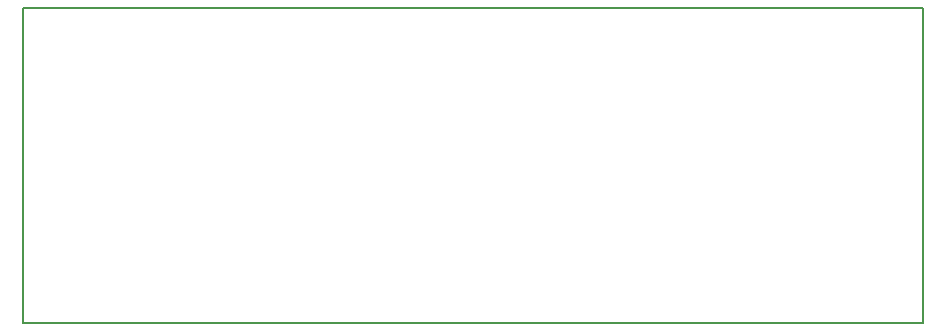
<source format=gbr>
G04 #@! TF.FileFunction,Profile,NP*
%FSLAX46Y46*%
G04 Gerber Fmt 4.6, Leading zero omitted, Abs format (unit mm)*
G04 Created by KiCad (PCBNEW 0.201601262101+6516~42~ubuntu15.10.1-product) date Wed 27 Jan 2016 03:04:45 PM CET*
%MOMM*%
G01*
G04 APERTURE LIST*
%ADD10C,0.020000*%
%ADD11C,0.150000*%
G04 APERTURE END LIST*
D10*
D11*
X76200000Y-133604000D02*
X76200000Y-120396000D01*
X152400000Y-133604000D02*
X76200000Y-133604000D01*
X152400000Y-106934000D02*
X152400000Y-133604000D01*
X76200000Y-106934000D02*
X152400000Y-106934000D01*
X76200000Y-120650000D02*
X76200000Y-106934000D01*
M02*

</source>
